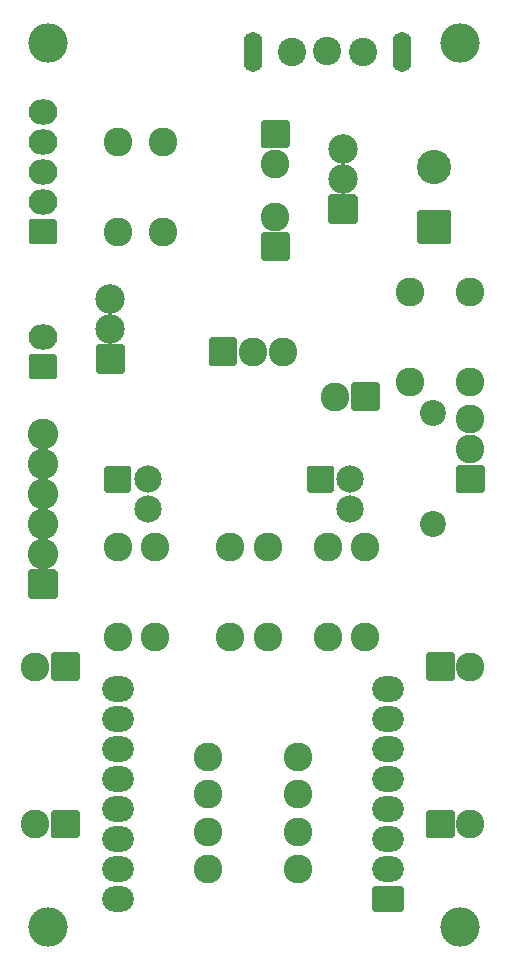
<source format=gbr>
G04 #@! TF.GenerationSoftware,KiCad,Pcbnew,(5.1.10)-1*
G04 #@! TF.CreationDate,2021-07-19T17:30:23+01:00*
G04 #@! TF.ProjectId,WildlifeCamera_PCB,57696c64-6c69-4666-9543-616d6572615f,rev?*
G04 #@! TF.SameCoordinates,PX5d42830PY7b89fa0*
G04 #@! TF.FileFunction,Soldermask,Top*
G04 #@! TF.FilePolarity,Negative*
%FSLAX46Y46*%
G04 Gerber Fmt 4.6, Leading zero omitted, Abs format (unit mm)*
G04 Created by KiCad (PCBNEW (5.1.10)-1) date 2021-07-19 17:30:23*
%MOMM*%
%LPD*%
G01*
G04 APERTURE LIST*
%ADD10C,3.334700*%
%ADD11O,2.686000X2.178000*%
%ADD12C,2.599640*%
%ADD13C,2.432000*%
%ADD14C,2.400000*%
%ADD15O,1.600000X3.400000*%
%ADD16C,2.200000*%
%ADD17O,2.432000X2.127200*%
%ADD18C,2.500580*%
%ADD19C,2.305000*%
%ADD20C,2.899360*%
G04 APERTURE END LIST*
D10*
X4857374Y80137000D03*
X39751000Y80137000D03*
X39751000Y5243375D03*
X4857374Y5243375D03*
D11*
X10795000Y12700000D03*
X10795000Y15240000D03*
X10795000Y17780000D03*
X10795000Y20320000D03*
X10795000Y22860000D03*
X10795000Y25400000D03*
X33655000Y25400000D03*
X33655000Y22860000D03*
X33655000Y20320000D03*
X33655000Y17780000D03*
X33655000Y15240000D03*
X33655000Y12700000D03*
X33655000Y10160000D03*
G36*
G01*
X32511999Y8709000D02*
X34798001Y8709000D01*
G75*
G02*
X34998000Y8509001I0J-199999D01*
G01*
X34998000Y6730999D01*
G75*
G02*
X34798001Y6531000I-199999J0D01*
G01*
X32511999Y6531000D01*
G75*
G02*
X32312000Y6730999I0J199999D01*
G01*
X32312000Y8509001D01*
G75*
G02*
X32511999Y8709000I199999J0D01*
G01*
G37*
X10795000Y10160000D03*
X10795000Y7620000D03*
G36*
G01*
X5495290Y33039710D02*
X3394710Y33039710D01*
G75*
G02*
X3194710Y33239710I0J200000D01*
G01*
X3194710Y35340290D01*
G75*
G02*
X3394710Y35540290I200000J0D01*
G01*
X5495290Y35540290D01*
G75*
G02*
X5695290Y35340290I0J-200000D01*
G01*
X5695290Y33239710D01*
G75*
G02*
X5495290Y33039710I-200000J0D01*
G01*
G37*
D12*
X4445000Y36830000D03*
X4445000Y39370000D03*
X4445000Y41910000D03*
X4445000Y44450000D03*
X4445000Y46990000D03*
D13*
X20320000Y37465000D03*
X20320000Y29845000D03*
D14*
X28532620Y79400400D03*
X25525000Y79375000D03*
X31525000Y79375000D03*
D15*
X22225000Y79375000D03*
X34825000Y79375000D03*
D16*
X37465000Y48768000D03*
X37465000Y39370000D03*
G36*
G01*
X32966000Y51181000D02*
X32966000Y49149000D01*
G75*
G02*
X32766000Y48949000I-200000J0D01*
G01*
X30734000Y48949000D01*
G75*
G02*
X30534000Y49149000I0J200000D01*
G01*
X30534000Y51181000D01*
G75*
G02*
X30734000Y51381000I200000J0D01*
G01*
X32766000Y51381000D01*
G75*
G02*
X32966000Y51181000I0J-200000D01*
G01*
G37*
D13*
X29210000Y50165000D03*
G36*
G01*
X5661000Y53568600D02*
X5661000Y51841400D01*
G75*
G02*
X5461000Y51641400I-200000J0D01*
G01*
X3429000Y51641400D01*
G75*
G02*
X3229000Y51841400I0J200000D01*
G01*
X3229000Y53568600D01*
G75*
G02*
X3429000Y53768600I200000J0D01*
G01*
X5461000Y53768600D01*
G75*
G02*
X5661000Y53568600I0J-200000D01*
G01*
G37*
D17*
X4445000Y55245000D03*
D13*
X23495000Y37465000D03*
X23495000Y29845000D03*
X40640000Y51435000D03*
X35560000Y51435000D03*
X40640000Y59055000D03*
X35560000Y59055000D03*
X24130000Y69850000D03*
G36*
G01*
X23114000Y73606000D02*
X25146000Y73606000D01*
G75*
G02*
X25346000Y73406000I0J-200000D01*
G01*
X25346000Y71374000D01*
G75*
G02*
X25146000Y71174000I-200000J0D01*
G01*
X23114000Y71174000D01*
G75*
G02*
X22914000Y71374000I0J200000D01*
G01*
X22914000Y73406000D01*
G75*
G02*
X23114000Y73606000I200000J0D01*
G01*
G37*
G36*
G01*
X25146000Y61649000D02*
X23114000Y61649000D01*
G75*
G02*
X22914000Y61849000I0J200000D01*
G01*
X22914000Y63881000D01*
G75*
G02*
X23114000Y64081000I200000J0D01*
G01*
X25146000Y64081000D01*
G75*
G02*
X25346000Y63881000I0J-200000D01*
G01*
X25346000Y61849000D01*
G75*
G02*
X25146000Y61649000I-200000J0D01*
G01*
G37*
X24130000Y65405000D03*
D18*
X29845000Y68580000D03*
X29845000Y71120000D03*
G36*
G01*
X28594710Y64989710D02*
X28594710Y67090290D01*
G75*
G02*
X28794710Y67290290I200000J0D01*
G01*
X30895290Y67290290D01*
G75*
G02*
X31095290Y67090290I0J-200000D01*
G01*
X31095290Y64989710D01*
G75*
G02*
X30895290Y64789710I-200000J0D01*
G01*
X28794710Y64789710D01*
G75*
G02*
X28594710Y64989710I0J200000D01*
G01*
G37*
D13*
X3810000Y27305000D03*
G36*
G01*
X7566000Y28321000D02*
X7566000Y26289000D01*
G75*
G02*
X7366000Y26089000I-200000J0D01*
G01*
X5334000Y26089000D01*
G75*
G02*
X5134000Y26289000I0J200000D01*
G01*
X5134000Y28321000D01*
G75*
G02*
X5334000Y28521000I200000J0D01*
G01*
X7366000Y28521000D01*
G75*
G02*
X7566000Y28321000I0J-200000D01*
G01*
G37*
G36*
G01*
X7566000Y14986000D02*
X7566000Y12954000D01*
G75*
G02*
X7366000Y12754000I-200000J0D01*
G01*
X5334000Y12754000D01*
G75*
G02*
X5134000Y12954000I0J200000D01*
G01*
X5134000Y14986000D01*
G75*
G02*
X5334000Y15186000I200000J0D01*
G01*
X7366000Y15186000D01*
G75*
G02*
X7566000Y14986000I0J-200000D01*
G01*
G37*
X3810000Y13970000D03*
X40640000Y27305000D03*
G36*
G01*
X36884000Y26289000D02*
X36884000Y28321000D01*
G75*
G02*
X37084000Y28521000I200000J0D01*
G01*
X39116000Y28521000D01*
G75*
G02*
X39316000Y28321000I0J-200000D01*
G01*
X39316000Y26289000D01*
G75*
G02*
X39116000Y26089000I-200000J0D01*
G01*
X37084000Y26089000D01*
G75*
G02*
X36884000Y26289000I0J200000D01*
G01*
G37*
G36*
G01*
X36884000Y12954000D02*
X36884000Y14986000D01*
G75*
G02*
X37084000Y15186000I200000J0D01*
G01*
X39116000Y15186000D01*
G75*
G02*
X39316000Y14986000I0J-200000D01*
G01*
X39316000Y12954000D01*
G75*
G02*
X39116000Y12754000I-200000J0D01*
G01*
X37084000Y12754000D01*
G75*
G02*
X36884000Y12954000I0J200000D01*
G01*
G37*
X40640000Y13970000D03*
X18415000Y19685000D03*
X26035000Y19685000D03*
X26035000Y16510000D03*
X18415000Y16510000D03*
X18415000Y13335000D03*
X26035000Y13335000D03*
X26035000Y10160000D03*
X18415000Y10160000D03*
G36*
G01*
X5661000Y64998600D02*
X5661000Y63271400D01*
G75*
G02*
X5461000Y63071400I-200000J0D01*
G01*
X3429000Y63071400D01*
G75*
G02*
X3229000Y63271400I0J200000D01*
G01*
X3229000Y64998600D01*
G75*
G02*
X3429000Y65198600I200000J0D01*
G01*
X5461000Y65198600D01*
G75*
G02*
X5661000Y64998600I0J-200000D01*
G01*
G37*
D17*
X4445000Y66675000D03*
X4445000Y69215000D03*
X4445000Y71755000D03*
X4445000Y74295000D03*
D18*
X10160000Y58420000D03*
X10160000Y55880000D03*
G36*
G01*
X8909710Y52289710D02*
X8909710Y54390290D01*
G75*
G02*
X9109710Y54590290I200000J0D01*
G01*
X11210290Y54590290D01*
G75*
G02*
X11410290Y54390290I0J-200000D01*
G01*
X11410290Y52289710D01*
G75*
G02*
X11210290Y52089710I-200000J0D01*
G01*
X9109710Y52089710D01*
G75*
G02*
X8909710Y52289710I0J200000D01*
G01*
G37*
D13*
X10795000Y37465000D03*
X10795000Y29845000D03*
X13970000Y37465000D03*
X13970000Y29845000D03*
X28575000Y29845000D03*
X28575000Y37465000D03*
X31750000Y29845000D03*
X31750000Y37465000D03*
X10795000Y71755000D03*
X10795000Y64135000D03*
X14605000Y64135000D03*
X14605000Y71755000D03*
G36*
G01*
X18469000Y52959000D02*
X18469000Y54991000D01*
G75*
G02*
X18669000Y55191000I200000J0D01*
G01*
X20701000Y55191000D01*
G75*
G02*
X20901000Y54991000I0J-200000D01*
G01*
X20901000Y52959000D01*
G75*
G02*
X20701000Y52759000I-200000J0D01*
G01*
X18669000Y52759000D01*
G75*
G02*
X18469000Y52959000I0J200000D01*
G01*
G37*
X22225000Y53975000D03*
X24765000Y53975000D03*
D19*
X13335000Y40640000D03*
X13335000Y43180000D03*
G36*
G01*
X9842500Y44332500D02*
X11747500Y44332500D01*
G75*
G02*
X11947500Y44132500I0J-200000D01*
G01*
X11947500Y42227500D01*
G75*
G02*
X11747500Y42027500I-200000J0D01*
G01*
X9842500Y42027500D01*
G75*
G02*
X9642500Y42227500I0J200000D01*
G01*
X9642500Y44132500D01*
G75*
G02*
X9842500Y44332500I200000J0D01*
G01*
G37*
G36*
G01*
X26987500Y44332500D02*
X28892500Y44332500D01*
G75*
G02*
X29092500Y44132500I0J-200000D01*
G01*
X29092500Y42227500D01*
G75*
G02*
X28892500Y42027500I-200000J0D01*
G01*
X26987500Y42027500D01*
G75*
G02*
X26787500Y42227500I0J200000D01*
G01*
X26787500Y44132500D01*
G75*
G02*
X26987500Y44332500I200000J0D01*
G01*
G37*
X30480000Y43180000D03*
X30480000Y40640000D03*
G36*
G01*
X38841681Y63066320D02*
X36342319Y63066320D01*
G75*
G02*
X36142320Y63266319I0J199999D01*
G01*
X36142320Y65765681D01*
G75*
G02*
X36342319Y65965680I199999J0D01*
G01*
X38841681Y65965680D01*
G75*
G02*
X39041680Y65765681I0J-199999D01*
G01*
X39041680Y63266319D01*
G75*
G02*
X38841681Y63066320I-199999J0D01*
G01*
G37*
D20*
X37592000Y69596000D03*
G36*
G01*
X41656000Y41964000D02*
X39624000Y41964000D01*
G75*
G02*
X39424000Y42164000I0J200000D01*
G01*
X39424000Y44196000D01*
G75*
G02*
X39624000Y44396000I200000J0D01*
G01*
X41656000Y44396000D01*
G75*
G02*
X41856000Y44196000I0J-200000D01*
G01*
X41856000Y42164000D01*
G75*
G02*
X41656000Y41964000I-200000J0D01*
G01*
G37*
D13*
X40640000Y45720000D03*
X40640000Y48260000D03*
M02*

</source>
